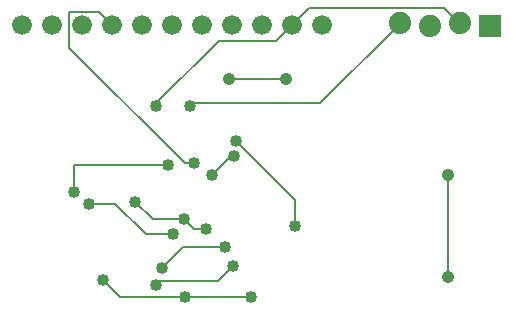
<source format=gbl>
G04 EAGLE Gerber RS-274X export*
G75*
%MOIN*%
%FSLAX36Y36*%
%LPD*%
%INBottom Copper Layer*%
%IPPOS*%
%AMOC8*
5,1,8,0,0,1.08239X$1,22.5*%
G01*
%ADD10C,0.066000*%
%ADD11R,0.074000X0.074000*%
%ADD12C,0.074000*%
%ADD13C,0.006000*%
%ADD14C,0.040000*%
%ADD15C,0.041654*%


D10*
X1050000Y960000D03*
X950000Y960000D03*
X850000Y960000D03*
X750000Y960000D03*
X650000Y960000D03*
X550000Y960000D03*
X450000Y960000D03*
X350000Y960000D03*
X250000Y960000D03*
X150000Y960000D03*
X50000Y960000D03*
D11*
X1610000Y955000D03*
D12*
X1510000Y965000D03*
X1410000Y955000D03*
X1310000Y965000D03*
D13*
X762500Y572500D02*
X958750Y376250D01*
X958750Y287500D01*
D14*
X762500Y572500D03*
X958750Y287500D03*
D15*
X740000Y780000D03*
D13*
X930000Y780000D01*
D15*
X930000Y780000D03*
X1470000Y460000D03*
D13*
X1470000Y120000D01*
D15*
X1470000Y120000D03*
D13*
X662500Y278750D02*
X622500Y278750D01*
X590000Y311250D01*
X485000Y311250D02*
X426250Y370000D01*
X485000Y311250D02*
X590000Y311250D01*
D14*
X662500Y278750D03*
X590000Y311250D03*
X426250Y370000D03*
D13*
X746250Y522500D02*
X756250Y522500D01*
X746250Y522500D02*
X683750Y460000D01*
D14*
X683750Y460000D03*
X756250Y522500D03*
D13*
X586250Y217500D02*
X516250Y147500D01*
X586250Y217500D02*
X725000Y217500D01*
D14*
X516250Y147500D03*
X725000Y217500D03*
D13*
X511250Y106250D02*
X496250Y91250D01*
X701250Y106250D02*
X751250Y156250D01*
X701250Y106250D02*
X511250Y106250D01*
D14*
X496250Y91250D03*
X751250Y156250D03*
D13*
X551250Y261250D02*
X461250Y261250D01*
X360000Y362500D01*
X271250Y362500D01*
D14*
X551250Y261250D03*
X271250Y362500D03*
D13*
X950000Y960000D02*
X1006250Y1016250D01*
X1456250Y1016250D01*
X1506250Y966250D01*
X1510000Y965000D01*
X705000Y906250D02*
X496250Y697500D01*
X496250Y687500D01*
X705000Y906250D02*
X896250Y906250D01*
X950000Y960000D01*
D14*
X496250Y687500D03*
D13*
X223750Y492500D02*
X223750Y403750D01*
X223750Y492500D02*
X537500Y492500D01*
D14*
X223750Y403750D03*
X537500Y492500D03*
D13*
X608750Y688750D02*
X617500Y697500D01*
X1043750Y697500D01*
X1306250Y960000D01*
X1310000Y965000D01*
D14*
X608750Y688750D03*
D13*
X593750Y53750D02*
X812500Y53750D01*
X375000Y53750D02*
X318750Y110000D01*
X375000Y53750D02*
X593750Y53750D01*
D14*
X593750Y53750D03*
X812500Y53750D03*
X318750Y110000D03*
D13*
X591250Y498750D02*
X621250Y498750D01*
X591250Y498750D02*
X206250Y883750D01*
X206250Y1003750D01*
X306250Y1003750D01*
X350000Y960000D01*
D14*
X621250Y498750D03*
M02*

</source>
